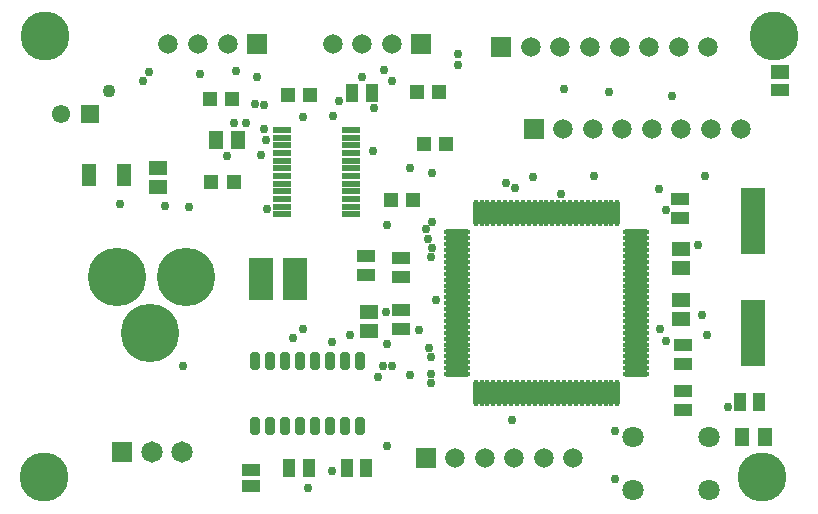
<source format=gts>
G04*
G04 #@! TF.GenerationSoftware,Altium Limited,Altium Designer,24.0.1 (36)*
G04*
G04 Layer_Color=8388736*
%FSLAX44Y44*%
%MOMM*%
G71*
G04*
G04 #@! TF.SameCoordinates,AE154294-96CE-490B-A9AE-858F9377290F*
G04*
G04*
G04 #@! TF.FilePolarity,Negative*
G04*
G01*
G75*
%ADD29R,1.3000X1.3000*%
%ADD30R,1.5400X1.1100*%
%ADD31R,1.5500X1.1500*%
%ADD32R,1.1100X1.5400*%
%ADD33R,1.1500X1.5500*%
%ADD34R,1.6200X1.1700*%
%ADD35O,2.2500X0.4500*%
%ADD36O,0.4500X2.2500*%
%ADD37R,1.6250X0.6000*%
%ADD38R,2.1500X3.6500*%
%ADD39R,1.3000X1.9500*%
%ADD40R,2.1500X5.6500*%
G04:AMPARAMS|DCode=41|XSize=1.46mm|YSize=0.77mm|CornerRadius=0.1525mm|HoleSize=0mm|Usage=FLASHONLY|Rotation=270.000|XOffset=0mm|YOffset=0mm|HoleType=Round|Shape=RoundedRectangle|*
%AMROUNDEDRECTD41*
21,1,1.4600,0.4650,0,0,270.0*
21,1,1.1550,0.7700,0,0,270.0*
1,1,0.3050,-0.2325,-0.5775*
1,1,0.3050,-0.2325,0.5775*
1,1,0.3050,0.2325,0.5775*
1,1,0.3050,0.2325,-0.5775*
%
%ADD41ROUNDEDRECTD41*%
%ADD42C,1.1000*%
%ADD43C,1.5500*%
%ADD44R,1.5500X1.5500*%
%ADD45C,1.6580*%
%ADD46R,1.6580X1.6580*%
%ADD47C,1.8000*%
%ADD48C,4.9500*%
%ADD49R,1.8150X1.8150*%
%ADD50C,1.8150*%
%ADD51C,0.7500*%
%ADD52C,4.1500*%
D29*
X1317040Y717550D02*
D03*
X1336040D02*
D03*
X1289100Y670560D02*
D03*
X1308100D02*
D03*
X1311300Y762000D02*
D03*
X1330300D02*
D03*
X1202080Y759460D02*
D03*
X1221080D02*
D03*
X1137310Y685800D02*
D03*
X1156310D02*
D03*
X1136040Y755650D02*
D03*
X1155040D02*
D03*
D30*
X1170940Y427990D02*
D03*
Y441960D02*
D03*
X1619250Y763270D02*
D03*
X1536700Y531650D02*
D03*
Y547850D02*
D03*
Y492280D02*
D03*
Y508480D02*
D03*
X1534160Y654840D02*
D03*
Y671040D02*
D03*
X1297940Y604830D02*
D03*
Y621030D02*
D03*
X1268730Y606580D02*
D03*
Y622780D02*
D03*
X1297940Y560860D02*
D03*
Y577060D02*
D03*
D31*
X1619250Y778510D02*
D03*
D32*
X1601470Y499110D02*
D03*
X1585270D02*
D03*
X1273020Y760730D02*
D03*
X1256820D02*
D03*
X1268420Y443230D02*
D03*
X1252220D02*
D03*
X1219680D02*
D03*
X1203480D02*
D03*
D33*
X1605890Y469900D02*
D03*
X1586890D02*
D03*
X1141120Y721360D02*
D03*
X1160120D02*
D03*
D34*
X1535430Y585950D02*
D03*
Y569750D02*
D03*
Y612450D02*
D03*
Y628650D02*
D03*
X1271270Y559590D02*
D03*
Y575790D02*
D03*
X1092200Y681510D02*
D03*
Y697710D02*
D03*
D35*
X1345130Y522930D02*
D03*
Y527930D02*
D03*
Y532930D02*
D03*
Y537930D02*
D03*
Y542930D02*
D03*
Y547930D02*
D03*
Y552930D02*
D03*
Y557930D02*
D03*
Y562930D02*
D03*
Y567930D02*
D03*
Y572930D02*
D03*
Y577930D02*
D03*
Y582930D02*
D03*
Y587930D02*
D03*
Y592930D02*
D03*
Y597930D02*
D03*
Y602930D02*
D03*
Y607930D02*
D03*
Y612930D02*
D03*
Y617930D02*
D03*
Y622930D02*
D03*
Y627930D02*
D03*
Y632930D02*
D03*
Y637930D02*
D03*
Y642930D02*
D03*
X1497130D02*
D03*
Y637930D02*
D03*
Y632930D02*
D03*
Y627930D02*
D03*
Y622930D02*
D03*
Y617930D02*
D03*
Y612930D02*
D03*
Y607930D02*
D03*
Y602930D02*
D03*
Y597930D02*
D03*
Y592930D02*
D03*
Y587930D02*
D03*
Y582930D02*
D03*
Y577930D02*
D03*
Y572930D02*
D03*
Y567930D02*
D03*
Y562930D02*
D03*
Y557930D02*
D03*
Y552930D02*
D03*
Y547930D02*
D03*
Y542930D02*
D03*
Y537930D02*
D03*
Y532930D02*
D03*
Y527930D02*
D03*
Y522930D02*
D03*
D36*
X1361130Y658930D02*
D03*
X1366130D02*
D03*
X1371130D02*
D03*
X1376130D02*
D03*
X1381130D02*
D03*
X1386130D02*
D03*
X1391130D02*
D03*
X1396130D02*
D03*
X1401130D02*
D03*
X1406130D02*
D03*
X1411130D02*
D03*
X1416130D02*
D03*
X1421130D02*
D03*
X1426130D02*
D03*
X1431130D02*
D03*
X1436130D02*
D03*
X1441130D02*
D03*
X1446130D02*
D03*
X1451130D02*
D03*
X1456130D02*
D03*
X1461130D02*
D03*
X1466130D02*
D03*
X1471130D02*
D03*
X1476130D02*
D03*
X1481130D02*
D03*
Y506930D02*
D03*
X1476130D02*
D03*
X1471130D02*
D03*
X1466130D02*
D03*
X1461130D02*
D03*
X1456130D02*
D03*
X1451130D02*
D03*
X1446130D02*
D03*
X1441130D02*
D03*
X1436130D02*
D03*
X1431130D02*
D03*
X1426130D02*
D03*
X1421130D02*
D03*
X1416130D02*
D03*
X1411130D02*
D03*
X1406130D02*
D03*
X1401130D02*
D03*
X1396130D02*
D03*
X1391130D02*
D03*
X1386130D02*
D03*
X1381130D02*
D03*
X1376130D02*
D03*
X1371130D02*
D03*
X1366130D02*
D03*
X1361130D02*
D03*
D37*
X1197270Y729580D02*
D03*
Y723080D02*
D03*
Y716580D02*
D03*
Y710080D02*
D03*
Y703580D02*
D03*
Y697080D02*
D03*
Y690580D02*
D03*
Y684080D02*
D03*
Y677580D02*
D03*
Y671080D02*
D03*
Y664580D02*
D03*
Y658080D02*
D03*
X1256030D02*
D03*
Y664580D02*
D03*
Y671080D02*
D03*
Y677580D02*
D03*
Y684080D02*
D03*
Y690580D02*
D03*
Y697080D02*
D03*
Y703580D02*
D03*
Y710080D02*
D03*
Y716580D02*
D03*
Y723080D02*
D03*
Y729580D02*
D03*
D38*
X1207800Y603250D02*
D03*
X1179800D02*
D03*
D39*
X1033780Y691435D02*
D03*
X1063780D02*
D03*
D40*
X1596390Y557530D02*
D03*
Y652530D02*
D03*
D41*
X1263650Y533790D02*
D03*
X1250950D02*
D03*
X1238250D02*
D03*
X1225550D02*
D03*
X1212850D02*
D03*
X1200150D02*
D03*
X1187450D02*
D03*
X1174750D02*
D03*
Y478790D02*
D03*
X1187450D02*
D03*
X1200150D02*
D03*
X1212850D02*
D03*
X1225550D02*
D03*
X1238250D02*
D03*
X1250950D02*
D03*
X1263650D02*
D03*
D42*
X1050850Y762780D02*
D03*
D43*
X1009850Y742780D02*
D03*
D44*
X1034850D02*
D03*
D45*
X1443990Y452120D02*
D03*
X1418990D02*
D03*
X1343990D02*
D03*
X1393990D02*
D03*
X1368990D02*
D03*
X1460430Y730250D02*
D03*
X1485430D02*
D03*
X1435430D02*
D03*
X1510430D02*
D03*
X1535430D02*
D03*
X1560430D02*
D03*
X1585430D02*
D03*
X1290188Y802640D02*
D03*
X1265188D02*
D03*
X1240188D02*
D03*
X1432960Y800100D02*
D03*
X1457960D02*
D03*
X1407960D02*
D03*
X1482960D02*
D03*
X1507960D02*
D03*
X1532960D02*
D03*
X1557960D02*
D03*
X1151090Y802640D02*
D03*
X1126090D02*
D03*
X1101090D02*
D03*
D46*
X1318990Y452120D02*
D03*
X1410430Y730250D02*
D03*
X1315188Y802640D02*
D03*
X1382960Y800100D02*
D03*
X1176090Y802640D02*
D03*
D47*
X1559040Y424540D02*
D03*
X1494040D02*
D03*
X1559040Y469540D02*
D03*
X1494040D02*
D03*
D48*
X1115850Y605530D02*
D03*
X1057850D02*
D03*
X1085850Y557530D02*
D03*
D49*
X1061720Y457200D02*
D03*
D50*
X1087120D02*
D03*
X1112520D02*
D03*
D51*
X1433830Y675640D02*
D03*
X1079500Y770890D02*
D03*
X1283387Y780363D02*
D03*
X1127760Y777240D02*
D03*
X1346200Y793750D02*
D03*
X1084580Y778510D02*
D03*
X1346200Y784860D02*
D03*
X1290320Y770890D02*
D03*
X1176020Y774748D02*
D03*
X1409700Y689610D02*
D03*
X1156970Y735330D02*
D03*
X1167130D02*
D03*
X1182370Y730250D02*
D03*
X1219200Y426720D02*
D03*
X1239520Y440690D02*
D03*
X1436163Y764333D02*
D03*
X1461770Y690880D02*
D03*
X1516380Y679450D02*
D03*
X1394460Y680720D02*
D03*
X1555750Y690880D02*
D03*
X1386840Y684530D02*
D03*
X1324610Y651494D02*
D03*
X1318794Y645878D02*
D03*
X1320800Y637540D02*
D03*
X1474470Y762000D02*
D03*
X1527810Y758190D02*
D03*
X1324610Y629920D02*
D03*
X1323340Y622300D02*
D03*
X1516884Y560836D02*
D03*
X1522730Y551228D02*
D03*
X1557020Y556260D02*
D03*
X1522730Y661670D02*
D03*
X1549400Y632460D02*
D03*
X1553210Y572770D02*
D03*
X1574800Y495300D02*
D03*
X1479550Y434340D02*
D03*
Y474980D02*
D03*
X1323340Y515620D02*
D03*
Y523240D02*
D03*
X1327737Y585470D02*
D03*
X1323340Y537210D02*
D03*
X1305560Y697230D02*
D03*
X1324610Y693420D02*
D03*
X1286510Y648970D02*
D03*
X1391920Y483870D02*
D03*
X1322070Y544830D02*
D03*
X1313180Y560070D02*
D03*
X1239520Y549910D02*
D03*
X1305608Y522018D02*
D03*
X1286510Y548640D02*
D03*
X1290320Y529590D02*
D03*
X1282700D02*
D03*
X1278890Y520700D02*
D03*
X1254760Y556260D02*
D03*
X1285240Y575310D02*
D03*
X1286510Y462280D02*
D03*
X1215390Y561340D02*
D03*
X1206500Y553720D02*
D03*
X1183640Y721360D02*
D03*
X1184910Y662940D02*
D03*
X1264920Y774700D02*
D03*
X1245870Y754380D02*
D03*
X1240790Y741680D02*
D03*
X1275080Y748030D02*
D03*
X1274167Y711557D02*
D03*
X1181879Y750414D02*
D03*
X1179453Y708282D02*
D03*
X1174750Y751840D02*
D03*
X1215390Y740410D02*
D03*
X1150620Y707390D02*
D03*
X1098550Y665480D02*
D03*
X1118870Y664210D02*
D03*
X1060450Y666750D02*
D03*
X1113790Y529590D02*
D03*
X1158240Y779780D02*
D03*
D52*
X1604010Y435610D02*
D03*
X995680D02*
D03*
X996950Y808990D02*
D03*
X1613760D02*
D03*
M02*

</source>
